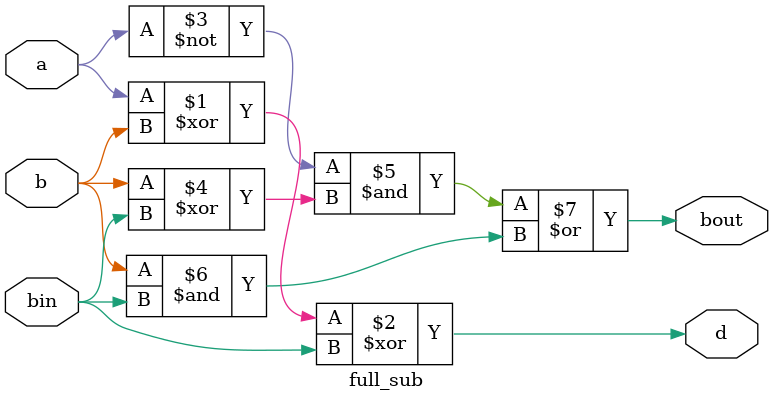
<source format=v>
module full_sub(
	input	a,
	input	b,
	input	bin,	// Borrow in

	output	d,		// Difference
	output	bout	// Borrow out
);

assign d = a ^ b ^ bin;
assign bout = (~a & (b ^ bin)) | (b & bin);

endmodule

</source>
